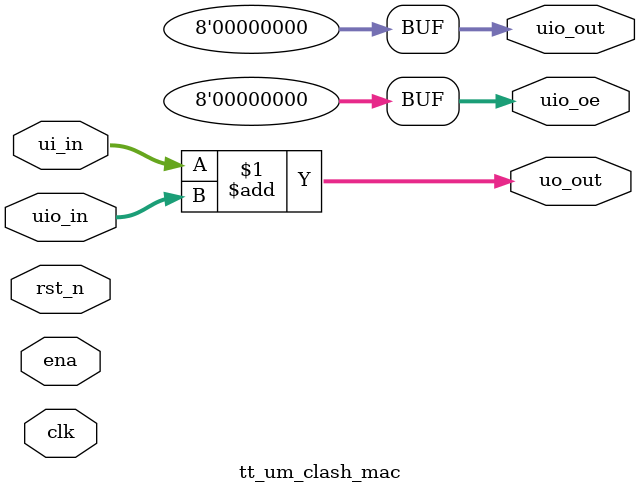
<source format=v>
/*
 * Copyright (c) 2024 Your Name
 * SPDX-License-Identifier: Apache-2.0
 */

`default_nettype none

module tt_um_clash_mac (
    input  wire [7:0] ui_in,    // Dedicated inputs
    output wire [7:0] uo_out,   // Dedicated outputs
    input  wire [7:0] uio_in,   // IOs: Input path
    output wire [7:0] uio_out,  // IOs: Output path
    output wire [7:0] uio_oe,   // IOs: Enable path (active high: 0=input, 1=output)
    input  wire       ena,      // always 1 when the design is powered, so you can ignore it
    input  wire       clk,      // clock
    input  wire       rst_n     // reset_n - low to reset
);

  // All output pins must be assigned. If not used, assign to 0.
  assign uo_out  = ui_in + uio_in;  // Example: ou_out is the sum of ui_in and uio_in
  assign uio_out = 0;
  assign uio_oe  = 0;

endmodule

</source>
